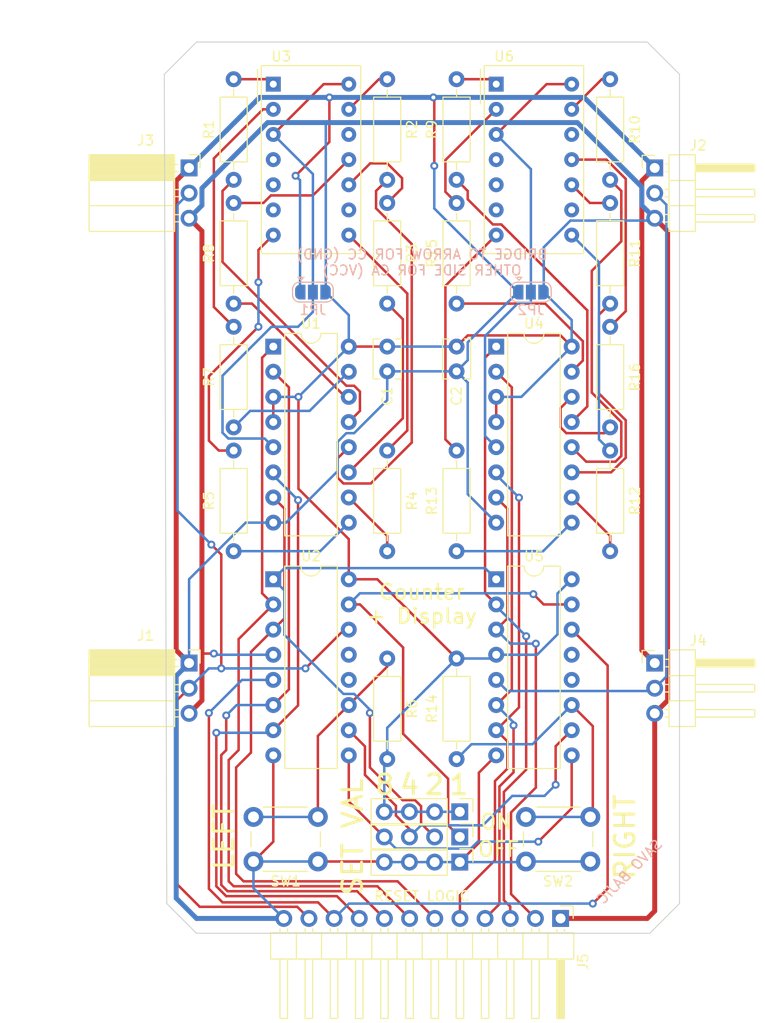
<source format=kicad_pcb>
(kicad_pcb (version 20221018) (generator pcbnew)
  (title_block (title "Digital Clock Display Module") (date "2024-01-03") (rev "2"))
  (layers (0 "F.Cu" signal) (31 "B.Cu" signal) (34 "B.Paste" user) (35 "F.Paste" user) (36 "B.SilkS" user "B.Silkscreen") (37 "F.SilkS" user "F.Silkscreen") (38 "B.Mask" user) (39 "F.Mask" user) (44 "Edge.Cuts" user))
  (net 0 "")
  (net 1 "GND")
  (net 2 "/RP")
  (net 3 "/RS")
  (net 4 "/8P")
  (net 5 "/4P")
  (net 6 "/2P")
  (net 7 "/1P")
  (net 8 "/8S")
  (net 9 "/4S")
  (net 10 "/2S")
  (net 11 "/1S")
  (net 12 "VCC")
  (net 13 "/CLK_{IN}")
  (net 14 "Net-(R1-Pad2)")
  (net 15 "Net-(R1-Pad1)")
  (net 16 "Net-(R2-Pad2)")
  (net 17 "Net-(R2-Pad1)")
  (net 18 "Net-(R3-Pad2)")
  (net 19 "Net-(R3-Pad1)")
  (net 20 "Net-(R4-Pad2)")
  (net 21 "Net-(R4-Pad1)")
  (net 22 "Net-(R5-Pad2)")
  (net 23 "Net-(R5-Pad1)")
  (net 24 "/~{LOAD}_{PRIM}")
  (net 25 "Net-(R7-Pad2)")
  (net 26 "Net-(R7-Pad1)")
  (net 27 "Net-(R8-Pad2)")
  (net 28 "Net-(R8-Pad1)")
  (net 29 "Net-(R9-Pad2)")
  (net 30 "Net-(R9-Pad1)")
  (net 31 "Net-(R10-Pad2)")
  (net 32 "Net-(R10-Pad1)")
  (net 33 "Net-(R11-Pad2)")
  (net 34 "Net-(R11-Pad1)")
  (net 35 "Net-(R12-Pad2)")
  (net 36 "Net-(R12-Pad1)")
  (net 37 "Net-(R13-Pad2)")
  (net 38 "Net-(R13-Pad1)")
  (net 39 "/~{LOAD}_{SEC}")
  (net 40 "/D")
  (net 41 "/C")
  (net 42 "/B")
  (net 43 "/A")
  (net 44 "Net-(JP1-Pad2)")
  (net 45 "Net-(JP2-Pad2)")
  (net 46 "Net-(R15-Pad2)")
  (net 47 "Net-(R15-Pad1)")
  (net 48 "Net-(R16-Pad2)")
  (net 49 "Net-(R16-Pad1)")
  (footprint "Connector_PinHeader_2.54mm:PinHeader_1x03_P2.54mm_Horizontal" (layer "F.Cu") (at 119.5 56.96)
    (fp_text reference "J2")
    (fp_text value "Conn_01x03_Male")
  )
  (footprint "Connector_PinSocket_2.54mm:PinSocket_1x03_P2.54mm_Horizontal" (layer "F.Cu") (at 72.5 56.96)
    (fp_text reference "J3")
    (fp_text value "Conn_01x03_Female")
  )
  (footprint "Connector_PinHeader_2.54mm:PinHeader_1x03_P2.54mm_Horizontal" (layer "F.Cu") (at 119.5 106.96)
    (fp_text reference "J4")
    (fp_text value "Conn_01x03_Male")
  )
  (footprint "Connector_PinHeader_2.54mm:PinHeader_1x12_P2.54mm_Horizontal" (layer "F.Cu") (at 109.998 132.75 -90)
    (fp_text reference "J5")
    (fp_text value "RESET")
  )
  (footprint "Display_7Segment:MAN3410A" (layer "F.Cu") (at 103.5 48.5)
    (fp_text reference "U6")
    (fp_text value "MAN3410A")
  )
  (footprint "Package_DIP:DIP-16_W7.62mm" (layer "F.Cu") (at 103.5 75)
    (fp_text reference "U4")
    (fp_text value "74LS47")
  )
  (footprint "Package_DIP:DIP-16_W7.62mm" (layer "F.Cu") (at 103.5 98.5)
    (fp_text reference "U5")
    (fp_text value "74LS193")
  )
  (footprint "Resistor_THT:R_Axial_DIN0207_L6.3mm_D2.5mm_P10.16mm_Horizontal" (layer "F.Cu") (at 99.5 48 -90)
    (fp_text reference "R9")
    (fp_text value "470")
  )
  (footprint "Resistor_THT:R_Axial_DIN0207_L6.3mm_D2.5mm_P10.16mm_Horizontal" (layer "F.Cu") (at 115 48 -90)
    (fp_text reference "R10")
    (fp_text value "470")
  )
  (footprint "Resistor_THT:R_Axial_DIN0207_L6.3mm_D2.5mm_P10.16mm_Horizontal" (layer "F.Cu") (at 115 60.5 -90)
    (fp_text reference "R11")
    (fp_text value "470")
  )
  (footprint "Resistor_THT:R_Axial_DIN0207_L6.3mm_D2.5mm_P10.16mm_Horizontal" (layer "F.Cu") (at 115 85.5 -90)
    (fp_text reference "R12")
    (fp_text value "470")
  )
  (footprint "Resistor_THT:R_Axial_DIN0207_L6.3mm_D2.5mm_P10.16mm_Horizontal" (layer "F.Cu") (at 99.5 85.5 -90)
    (fp_text reference "R13")
    (fp_text value "470")
  )
  (footprint "Resistor_THT:R_Axial_DIN0207_L6.3mm_D2.5mm_P10.16mm_Horizontal" (layer "F.Cu") (at 99.5 60.5 -90)
    (fp_text reference "R15")
    (fp_text value "470")
  )
  (footprint "Resistor_THT:R_Axial_DIN0207_L6.3mm_D2.5mm_P10.16mm_Horizontal" (layer "F.Cu") (at 77 48 -90)
    (fp_text reference "R1")
    (fp_text value "470")
  )
  (footprint "Resistor_THT:R_Axial_DIN0207_L6.3mm_D2.5mm_P10.16mm_Horizontal" (layer "F.Cu") (at 92.5 48 -90)
    (fp_text reference "R2")
    (fp_text value "470")
  )
  (footprint "Resistor_THT:R_Axial_DIN0207_L6.3mm_D2.5mm_P10.16mm_Horizontal" (layer "F.Cu") (at 92.5 60.5 -90)
    (fp_text reference "R3")
    (fp_text value "470")
  )
  (footprint "Resistor_THT:R_Axial_DIN0207_L6.3mm_D2.5mm_P10.16mm_Horizontal" (layer "F.Cu") (at 92.5 85.5 -90)
    (fp_text reference "R4")
    (fp_text value "470")
  )
  (footprint "Resistor_THT:R_Axial_DIN0207_L6.3mm_D2.5mm_P10.16mm_Horizontal" (layer "F.Cu") (at 77 85.5 -90)
    (fp_text reference "R5")
    (fp_text value "470")
  )
  (footprint "Resistor_THT:R_Axial_DIN0207_L6.3mm_D2.5mm_P10.16mm_Horizontal" (layer "F.Cu") (at 77 73 -90)
    (fp_text reference "R7")
    (fp_text value "470")
  )
  (footprint "Resistor_THT:R_Axial_DIN0207_L6.3mm_D2.5mm_P10.16mm_Horizontal" (layer "F.Cu") (at 77 60.5 -90)
    (fp_text reference "R8")
    (fp_text value "470")
  )
  (footprint "Button_Switch_THT:SW_PUSH_6mm_H4.3mm" (layer "F.Cu") (at 85.5 127 180)
    (fp_text reference "SW1")
    (fp_text value "PRIM")
  )
  (footprint "Button_Switch_THT:SW_PUSH_6mm_H4.3mm" (layer "F.Cu") (at 113 127 180)
    (fp_text reference "SW2")
    (fp_text value "SEC")
  )
  (footprint "Package_DIP:DIP-16_W7.62mm" (layer "F.Cu") (at 81 75)
    (fp_text reference "U1")
    (fp_text value "74LS47")
  )
  (footprint "Package_DIP:DIP-16_W7.62mm" (layer "F.Cu") (at 81 98.5)
    (fp_text reference "U2")
    (fp_text value "74LS193")
  )
  (footprint "Display_7Segment:MAN3410A" (layer "F.Cu") (at 81 48.5)
    (fp_text reference "U3")
    (fp_text value "MAN3410A")
  )
  (footprint "Capacitor_THT:C_Disc_D3.8mm_W2.6mm_P2.50mm" (layer "F.Cu") (at 92.5 75 -90)
    (fp_text reference "C1")
    (fp_text value "100n")
  )
  (footprint "Capacitor_THT:C_Disc_D3.8mm_W2.6mm_P2.50mm" (layer "F.Cu") (at 99.5 75 -90)
    (fp_text reference "C2")
    (fp_text value "100n")
  )
  (footprint "Connector_PinHeader_2.54mm:PinHeader_1x04_P2.54mm_Vertical" (layer "F.Cu") (at 99.823 121.98 -90)
    (fp_text reference "J6" hide)
    (fp_text value "HIGH")
  )
  (footprint "Connector_PinHeader_2.54mm:PinHeader_1x04_P2.54mm_Vertical" (layer "F.Cu") (at 99.823 124.52 -90)
    (fp_text reference "J7" hide)
    (fp_text value "PROG")
  )
  (footprint "Connector_PinHeader_2.54mm:PinHeader_1x04_P2.54mm_Vertical" (layer "F.Cu") (at 99.823 127.06 -90)
    (fp_text reference "J8" hide)
    (fp_text value "GND")
  )
  (footprint "Resistor_THT:R_Axial_DIN0207_L6.3mm_D2.5mm_P10.16mm_Horizontal" (layer "F.Cu") (at 92.5 106.5 -90)
    (fp_text reference "R6")
    (fp_text value "10k")
  )
  (footprint "Resistor_THT:R_Axial_DIN0207_L6.3mm_D2.5mm_P10.16mm_Horizontal" (layer "F.Cu") (at 99.5 116.66 90)
    (fp_text reference "R14")
    (fp_text value "10k")
  )
  (footprint "Connector_PinSocket_2.54mm:PinSocket_1x03_P2.54mm_Horizontal" (layer "F.Cu") (at 72.5 106.96)
    (fp_text reference "J1")
    (fp_text value "Conn_01x03_Female")
  )
  (footprint "Resistor_THT:R_Axial_DIN0207_L6.3mm_D2.5mm_P10.16mm_Horizontal" (layer "F.Cu") (at 115 73 -90)
    (fp_text reference "R16")
    (fp_text value "470")
  )
  (footprint "Jumper:SolderJumper-3_P1.3mm_Open_RoundedPad1.0x1.5mm" (layer "B.Cu") (at 85 69.5)
    (fp_text reference "JP1")
    (fp_text value "SEL")
  )
  (footprint "Jumper:SolderJumper-3_P1.3mm_Open_RoundedPad1.0x1.5mm" (layer "B.Cu") (at 107 69.5)
    (fp_text reference "JP2")
    (fp_text value "SEL")
  )
  (gr_line (start 119 134.25) (end 73.25 134.25) (stroke (width 0.1)) (layer "Edge.Cuts"))
  (gr_line (start 118.75 44.25) (end 122 47.5) (stroke (width 0.1)) (layer "Edge.Cuts"))
  (gr_line (start 72.5 45) (end 73 44.5) (stroke (width 0.1)) (layer "Edge.Cuts"))
  (gr_line (start 73.25 134.25) (end 70.5 131.5) (stroke (width 0.1)) (layer "Edge.Cuts"))
  (gr_line (start 73.25 44.25) (end 96 44.25) (stroke (width 0.1)) (layer "Edge.Cuts"))
  (gr_line (start 70.25 131.25) (end 70 47.5) (stroke (width 0.1)) (layer "Edge.Cuts"))
  (gr_line (start 122 131.25) (end 119 134.25) (stroke (width 0.1)) (layer "Edge.Cuts"))
  (gr_line (start 73 44.5) (end 73.25 44.25) (stroke (width 0.1)) (layer "Edge.Cuts"))
  (gr_line (start 122 47.5) (end 122 131.25) (stroke (width 0.1)) (layer "Edge.Cuts"))
  (gr_line (start 70 47.5) (end 72.5 45) (stroke (width 0.1)) (layer "Edge.Cuts"))
  (gr_line (start 70.5 131.5) (end 70.25 131.25) (stroke (width 0.1)) (layer "Edge.Cuts"))
  (gr_line (start 96 44.25) (end 118.75 44.25) (stroke (width 0.1)) (layer "Edge.Cuts"))
  (gr_text "SAVO BAJIC" (at 117 128 45) (layer "B.SilkS") (effects (font (size 1 1) (thickness 0.15) italic) (justify mirror)))
  (gr_text "BRIDGE TO ARROW FOR CC (GND)\nOTHER SIDE FOR CA (VCC)" (at 96 66.5) (layer "B.SilkS") (effects (font (size 1 1)) (justify mirror)))
  (gr_text "OFF" (at 103.75 125.75) (layer "F.SilkS") (effects (font (size 1.5 1.5) (thickness 0.225))))
  (gr_text "RIGHT" (at 116.5 124.5 90) (layer "F.SilkS") (effects (font (size 2 2) (thickness 0.3))))
  (gr_text "2" (at 97.25 119.25) (layer "F.SilkS") (effects (font (size 2 2) (thickness 0.3))))
  (gr_text "RESET LOGIC" (at 96 130.5) (layer "F.SilkS") (effects (font (size 1 1))))
  (gr_text "4" (at 94.75 119.25) (layer "F.SilkS") (effects (font (size 2 2) (thickness 0.3))))
  (gr_text "ON" (at 103.5 123) (layer "F.SilkS") (effects (font (size 1.5 1.5) (thickness 0.225))))
  (gr_text "1" (at 99.75 119.25) (layer "F.SilkS") (effects (font (size 2 2) (thickness 0.3))))
  (gr_text "LEFT" (at 76 124.5 90) (layer "F.SilkS") (effects (font (size 2 2) (thickness 0.3))))
  (gr_text "8" (at 92.25 119.25) (layer "F.SilkS") (effects (font (size 2 2) (thickness 0.3))))
  (gr_text "SET VAL" (at 89 124.5 90) (layer "F.SilkS") (effects (font (size 2 2) (thickness 0.3))))
  (gr_text "Counter\n+ Display" (at 96 101) (layer "F.SilkS") (effects (font (size 1.5 1.5) (thickness 0.225))))
  (segment (start 97.25 49.929998) (end 97.160001 49.839999) (width 0.25) (layer "F.Cu") (net 1))
  (segment (start 92.143 127) (end 92.203 127.06) (width 0.25) (layer "F.Cu") (net 1))
  (segment (start 97.25 56.75) (end 97.25 49.929998) (width 0.25) (layer "F.Cu") (net 1))
  (segment (start 101.75 118.03) (end 103.5 116.28) (width 0.25) (layer "F.Cu") (net 1))
  (segment (start 118.199999 58.260001) (end 118.199999 105.659999) (width 0.5) (layer "F.Cu") (net 1))
  (segment (start 71.199999 105.659999) (end 71.199999 58.260001) (width 0.5) (layer "F.Cu") (net 1))
  (segment (start 81 125) (end 81 116.28) (width 0.25) (layer "F.Cu") (net 1))
  (segment (start 101.75 125.133) (end 101.75 118.03) (width 0.25) (layer "F.Cu") (net 1))
  (segment (start 85.5 127) (end 92.143 127) (width 0.25) (layer "F.Cu") (net 1))
  (segment (start 118.199999 105.659999) (end 119.5 106.96) (width 0.5) (layer "F.Cu") (net 1))
  (segment (start 86.660001 54.339999) (end 86.660001 49.839999) (width 0.25) (layer "F.Cu") (net 1))
  (segment (start 71.199999 58.260001) (end 72.5 56.96) (width 0.5) (layer "F.Cu") (net 1))
  (segment (start 99.823 127.06) (end 101.75 125.133) (width 0.25) (layer "F.Cu") (net 1))
  (segment (start 79 127) (end 81 125) (width 0.25) (layer "F.Cu") (net 1))
  (segment (start 119.5 56.96) (end 118.199999 58.260001) (width 0.5) (layer "F.Cu") (net 1))
  (segment (start 72.5 106.96) (end 71.199999 105.659999) (width 0.5) (layer "F.Cu") (net 1))
  (segment (start 83.25 57.75) (end 86.660001 54.339999) (width 0.25) (layer "F.Cu") (net 1))
  (via (at 97.25 56.75) (size 0.8) (drill 0.4) (layers "F.Cu" "B.Cu") (net 1))
  (via (at 97.160001 49.839999) (size 0.8) (drill 0.4) (layers "F.Cu" "B.Cu") (net 1))
  (via (at 83.25 57.75) (size 0.8) (drill 0.4) (layers "F.Cu" "B.Cu") (net 1))
  (via (at 86.660001 49.839999) (size 0.8) (drill 0.4) (layers "F.Cu" "B.Cu") (net 1))
  (segment (start 106.5 127) (end 113 127) (width 0.25) (layer "B.Cu") (net 1))
  (segment (start 78.214998 92.78) (end 72.5 98.494998) (width 0.25) (layer "B.Cu") (net 1))
  (segment (start 73.25 132.75) (end 82.058 132.75) (width 0.5) (layer "B.Cu") (net 1))
  (segment (start 112.379999 49.839999) (end 119.5 56.96) (width 0.5) (layer "B.Cu") (net 1))
  (segment (start 100.625001 76.374999) (end 100.625001 74.574999) (width 0.25) (layer "B.Cu") (net 1))
  (segment (start 72.5 106.96) (end 71.199999 108.260001) (width 0.5) (layer "B.Cu") (net 1))
  (segment (start 92.203 127.06) (end 94.743 127.06) (width 0.25) (layer "B.Cu") (net 1))
  (segment (start 97.160001 49.839999) (end 112.379999 49.839999) (width 0.5) (layer "B.Cu") (net 1))
  (segment (start 99.823 127.06) (end 106.44 127.06) (width 0.25) (layer "B.Cu") (net 1))
  (segment (start 92.5 77.5) (end 99.5 77.5) (width 0.25) (layer "B.Cu") (net 1))
  (segment (start 71.199999 108.260001) (end 71.199999 130.699999) (width 0.5) (layer "B.Cu") (net 1))
  (segment (start 87.494999 87.578003) (end 87.494999 84.619999) (width 0.25) (layer "B.Cu") (net 1))
  (segment (start 79 129.692) (end 82.058 132.75) (width 0.25) (layer "B.Cu") (net 1))
  (segment (start 99.5 77.5) (end 100.625001 76.374999) (width 0.25) (layer "B.Cu") (net 1))
  (segment (start 81 92.78) (end 78.214998 92.78) (width 0.25) (layer "B.Cu") (net 1))
  (segment (start 106.44 127.06) (end 106.5 127) (width 0.25) (layer "B.Cu") (net 1))
  (segment (start 87.494999 84.619999) (end 88.369997 83.745001) (width 0.25) (layer "B.Cu") (net 1))
  (segment (start 79.620001 49.839999) (end 86.660001 49.839999) (width 0.5) (layer "B.Cu") (net 1))
  (segment (start 79 127) (end 79 129.692) (width 0.25) (layer "B.Cu") (net 1))
  (segment (start 99.5 77.5) (end 100.625001 78.625001) (width 0.25) (layer "B.Cu") (net 1))
  (segment (start 105.7 69.5) (end 97.25 61.05) (width 0.25) (layer "B.Cu") (net 1))
  (segment (start 72.5 56.96) (end 79.620001 49.839999) (width 0.5) (layer "B.Cu") (net 1))
  (segment (start 97.283 127.06) (end 99.823 127.06) (width 0.25) (layer "B.Cu") (net 1))
  (segment (start 88.369997 83.745001) (end 89.160001 83.745001) (width 0.25) (layer "B.Cu") (net 1))
  (segment (start 100.625001 89.905001) (end 103.5 92.78) (width 0.25) (layer "B.Cu") (net 1))
  (segment (start 92.5 80.405002) (end 92.5 77.5) (width 0.25) (layer "B.Cu") (net 1))
  (segment (start 83.7 58.2) (end 83.25 57.75) (width 0.25) (layer "B.Cu") (net 1))
  (segment (start 100.625001 74.574999) (end 105.7 69.5) (width 0.25) (layer "B.Cu") (net 1))
  (segment (start 100.625001 78.625001) (end 100.625001 89.905001) (width 0.25) (layer "B.Cu") (net 1))
  (segment (start 81 92.78) (end 82.293002 92.78) (width 0.25) (layer "B.Cu") (net 1))
  (segment (start 82.293002 92.78) (end 87.494999 87.578003) (width 0.25) (layer "B.Cu") (net 1))
  (segment (start 86.660001 49.839999) (end 97.160001 49.839999) (width 0.5) (layer "B.Cu") (net 1))
  (segment (start 71.199999 130.699999) (end 73.25 132.75) (width 0.5) (layer "B.Cu") (net 1))
  (segment (start 94.743 127.06) (end 97.283 127.06) (width 0.25) (layer "B.Cu") (net 1))
  (segment (start 72.5 98.494998) (end 72.5 106.96) (width 0.25) (layer "B.Cu") (net 1))
  (segment (start 83.7 69.5) (end 83.7 58.2) (width 0.25) (layer "B.Cu") (net 1))
  (segment (start 79 127) (end 85.5 127) (width 0.25) (layer "B.Cu") (net 1))
  (segment (start 97.25 61.05) (end 97.25 56.75) (width 0.25) (layer "B.Cu") (net 1))
  (segment (start 89.160001 83.745001) (end 92.5 80.405002) (width 0.25) (layer "B.Cu") (net 1))
  (segment (start 73.574999 131.574999) (end 71.324999 129.324999) (width 0.25) (layer "F.Cu") (net 2))
  (segment (start 75.75 96) (end 74.75 95) (width 0.25) (layer "F.Cu") (net 2))
  (segment (start 84.598 132.75) (end 83.422999 131.574999) (width 0.25) (layer "F.Cu") (net 2))
  (segment (start 84.25 107.5) (end 88.17 103.58) (width 0.25) (layer "F.Cu") (net 2))
  (segment (start 83.422999 131.574999) (end 73.574999 131.574999) (width 0.25) (layer "F.Cu") (net 2))
  (segment (start 71.324999 129.324999) (end 71.324999 110.675001) (width 0.25) (layer "F.Cu") (net 2))
  (segment (start 88.17 103.58) (end 88.62 103.58) (width 0.25) (layer "F.Cu") (net 2))
  (segment (start 75.75 107.5) (end 75.75 96) (width 0.25) (layer "F.Cu") (net 2))
  (segment (start 71.324999 110.675001) (end 72.5 109.5) (width 0.25) (layer "F.Cu") (net 2))
  (via (at 84.25 107.5) (size 0.8) (drill 0.4) (layers "F.Cu" "B.Cu") (net 2))
  (via (at 74.75 95) (size 0.8) (drill 0.4) (layers "F.Cu" "B.Cu") (net 2))
  (via (at 75.75 107.5) (size 0.8) (drill 0.4) (layers "F.Cu" "B.Cu") (net 2))
  (segment (start 72.5 59.5) (end 71.324999 60.675001) (width 0.25) (layer "B.Cu") (net 2))
  (segment (start 74.5 107.5) (end 75.75 107.5) (width 0.25) (layer "B.Cu") (net 2))
  (segment (start 74.75 95) (end 71.324999 91.574999) (width 0.25) (layer "B.Cu") (net 2))
  (segment (start 71.324999 60.675001) (end 71.324999 91.175001) (width 0.25) (layer "B.Cu") (net 2))
  (segment (start 75.75 107.5) (end 84.25 107.5) (width 0.25) (layer "B.Cu") (net 2))
  (segment (start 72.5 109.5) (end 74.5 107.5) (width 0.25) (layer "B.Cu") (net 2))
  (segment (start 71.324999 91.574999) (end 71.324999 91.175001) (width 0.25) (layer "B.Cu") (net 2))
  (segment (start 75.874989 131.124989) (end 74.5 129.75) (width 0.25) (layer "F.Cu") (net 3))
  (segment (start 114.75 107.21) (end 114.75 129.75) (width 0.25) (layer "F.Cu") (net 3))
  (segment (start 111.12 103.58) (end 114.75 107.21) (width 0.25) (layer "F.Cu") (net 3))
  (segment (start 74.5 129.75) (end 74.5 112) (width 0.25) (layer "F.Cu") (net 3))
  (segment (start 87.138 132.75) (end 85.512989 131.124989) (width 0.25) (layer "F.Cu") (net 3))
  (segment (start 114.75 129.75) (end 113.25 131.25) (width 0.25) (layer "F.Cu") (net 3))
  (segment (start 85.512989 131.124989) (end 75.874989 131.124989) (width 0.25) (layer "F.Cu") (net 3))
  (via (at 74.5 112) (size 0.8) (drill 0.4) (layers "F.Cu" "B.Cu") (net 3))
  (via (at 113.25 131.25) (size 0.8) (drill 0.4) (layers "F.Cu" "B.Cu") (net 3))
  (segment (start 88.638 131.25) (end 91.75 131.25) (width 0.25) (layer "B.Cu") (net 3))
  (segment (start 87.138 132.75) (end 88.638 131.25) (width 0.25) (layer "B.Cu") (net 3))
  (segment (start 77.84 108.66) (end 74.5 112) (width 0.25) (layer "B.Cu") (net 3))
  (segment (start 113.25 131.25) (end 91.75 131.25) (width 0.25) (layer "B.Cu") (net 3))
  (segment (start 81 108.66) (end 77.84 108.66) (width 0.25) (layer "B.Cu") (net 3))
  (segment (start 75.25 129.5) (end 75.25 114) (width 0.25) (layer "F.Cu") (net 4))
  (segment (start 87.428 130.5) (end 76.25 130.5) (width 0.25) (layer "F.Cu") (net 4))
  (segment (start 76.25 130.5) (end 75.25 129.5) (width 0.25) (layer "F.Cu") (net 4))
  (segment (start 81 113.74) (end 83.5 111.24) (width 0.25) (layer "F.Cu") (net 4))
  (segment (start 89.678 132.75) (end 87.428 130.5) (width 0.25) (layer "F.Cu") (net 4))
  (segment (start 83.5 111.24) (end 83.5 90.5) (width 0.25) (layer "F.Cu") (net 4))
  (via (at 75.25 114) (size 0.8) (drill 0.4) (layers "F.Cu" "B.Cu") (net 4))
  (via (at 83.5 90.5) (size 0.8) (drill 0.4) (layers "F.Cu" "B.Cu") (net 4))
  (segment (start 80.74 114) (end 81 113.74) (width 0.25) (layer "B.Cu") (net 4))
  (segment (start 75.25 114) (end 80.74 114) (width 0.25) (layer "B.Cu") (net 4))
  (segment (start 81 88) (end 81 87.7) (width 0.25) (layer "B.Cu") (net 4))
  (segment (start 83.5 90.5) (end 81 88) (width 0.25) (layer "B.Cu") (net 4))
  (segment (start 89.468 130) (end 76.38641 130) (width 0.25) (layer "F.Cu") (net 5))
  (segment (start 82.575011 109.624989) (end 81 111.2) (width 0.25) (layer "F.Cu") (net 5))
  (segment (start 75.75 116.25) (end 76.25 115.75) (width 0.25) (layer "F.Cu") (net 5))
  (segment (start 81 77.54) (end 82.575011 79.115011) (width 0.25) (layer "F.Cu") (net 5))
  (segment (start 76.38641 130) (end 75.75 129.36359) (width 0.25) (layer "F.Cu") (net 5))
  (segment (start 76.25 115.75) (end 76.25 112.25) (width 0.25) (layer "F.Cu") (net 5))
  (segment (start 75.75 129.36359) (end 75.75 116.25) (width 0.25) (layer "F.Cu") (net 5))
  (segment (start 92.218 132.75) (end 89.468 130) (width 0.25) (layer "F.Cu") (net 5))
  (segment (start 82.575011 79.115011) (end 82.575011 109.624989) (width 0.25) (layer "F.Cu") (net 5))
  (via (at 76.25 112.25) (size 0.8) (drill 0.4) (layers "F.Cu" "B.Cu") (net 5))
  (segment (start 77.3 111.2) (end 81 111.2) (width 0.25) (layer "B.Cu") (net 5))
  (segment (start 76.25 112.25) (end 77.3 111.2) (width 0.25) (layer "B.Cu") (net 5))
  (segment (start 81 101.04) (end 79.874999 99.914999) (width 0.25) (layer "F.Cu") (net 6))
  (segment (start 77.5 115.75) (end 76.5 116.75) (width 0.25) (layer "F.Cu") (net 6))
  (segment (start 76.5 129) (end 77 129.5) (width 0.25) (layer "F.Cu") (net 6))
  (segment (start 76.5 116.75) (end 76.5 129) (width 0.25) (layer "F.Cu") (net 6))
  (segment (start 77 129.5) (end 91.508 129.5) (width 0.25) (layer "F.Cu") (net 6))
  (segment (start 91.508 129.5) (end 94.758 132.75) (width 0.25) (layer "F.Cu") (net 6))
  (segment (start 79.874999 99.914999) (end 79.874999 76.125001) (width 0.25) (layer "F.Cu") (net 6))
  (segment (start 77.5 104.54) (end 77.5 115.75) (width 0.25) (layer "F.Cu") (net 6))
  (segment (start 81 101.04) (end 77.5 104.54) (width 0.25) (layer "F.Cu") (net 6))
  (segment (start 79.874999 76.125001) (end 81 75) (width 0.25) (layer "F.Cu") (net 6))
  (segment (start 93.548 129) (end 78 129) (width 0.25) (layer "F.Cu") (net 7))
  (segment (start 81 103.58) (end 82.125001 102.454999) (width 0.25) (layer "F.Cu") (net 7))
  (segment (start 77.25 128.25) (end 77.25 117.5) (width 0.25) (layer "F.Cu") (net 7))
  (segment (start 78.75 116) (end 78.75 105.83) (width 0.25) (layer "F.Cu") (net 7))
  (segment (start 82.125001 91.365001) (end 81 90.24) (width 0.25) (layer "F.Cu") (net 7))
  (segment (start 97.298 132.75) (end 93.548 129) (width 0.25) (layer "F.Cu") (net 7))
  (segment (start 82.125001 102.454999) (end 82.125001 91.365001) (width 0.25) (layer "F.Cu") (net 7))
  (segment (start 78.75 105.83) (end 81 103.58) (width 0.25) (layer "F.Cu") (net 7))
  (segment (start 78 129) (end 77.25 128.25) (width 0.25) (layer "F.Cu") (net 7))
  (segment (start 77.25 117.5) (end 78.75 116) (width 0.25) (layer "F.Cu") (net 7))
  (segment (start 105.800011 111.439989) (end 105.800011 90.25) (width 0.25) (layer "F.Cu") (net 8))
  (segment (start 103.375 126.875) (end 99.838 130.412) (width 0.25) (layer "F.Cu") (net 8))
  (segment (start 99.838 130.412) (end 99.838 132.75) (width 0.25) (layer "F.Cu") (net 8))
  (segment (start 103.5 113.74) (end 104.625001 114.865001) (width 0.25) (layer "F.Cu") (net 8))
  (segment (start 103.375 118.875) (end 103.375 126.875) (width 0.25) (layer "F.Cu") (net 8))
  (segment (start 103.5 113.74) (end 105.800011 111.439989) (width 0.25) (layer "F.Cu") (net 8))
  (segment (start 104.625001 114.865001) (end 104.625001 117.624999) (width 0.25) (layer "F.Cu") (net 8))
  (segment (start 104.625001 117.624999) (end 103.375 118.875) (width 0.25) (layer "F.Cu") (net 8))
  (via (at 105.800011 90.25) (size 0.8) (drill 0.4) (layers "F.Cu" "B.Cu") (net 8))
  (segment (start 103.5 87.949989) (end 103.5 87.7) (width 0.25) (layer "B.Cu") (net 8))
  (segment (start 105.800011 90.25) (end 103.5 87.949989) (width 0.25) (layer "B.Cu") (net 8))
  (segment (start 105.25 118) (end 105.25 113.25) (width 0.25) (layer "F.Cu") (net 9))
  (segment (start 103.82501 131.30299) (end 103.82501 119.42499) (width 0.25) (layer "F.Cu") (net 9))
  (segment (start 105.075011 109.624989) (end 105.075011 79.115011) (width 0.25) (layer "F.Cu") (net 9))
  (segment (start 102.378 132.75) (end 103.82501 131.30299) (width 0.25) (layer "F.Cu") (net 9))
  (segment (start 103.82501 119.42499) (end 105.25 118) (width 0.25) (layer "F.Cu") (net 9))
  (segment (start 105.075011 79.115011) (end 103.5 77.54) (width 0.25) (layer "F.Cu") (net 9))
  (segment (start 103.5 111.2) (end 105.075011 109.624989) (width 0.25) (layer "F.Cu") (net 9))
  (via (at 105.25 113.25) (size 0.8) (drill 0.4) (layers "F.Cu" "B.Cu") (net 9))
  (segment (start 105.25 112.95) (end 105.25 113.25) (width 0.25) (layer "B.Cu") (net 9))
  (segment (start 103.5 111.2) (end 105.25 112.95) (width 0.25) (layer "B.Cu") (net 9))
  (segment (start 104.27502 119.97498) (end 106.525011 117.724989) (width 0.25) (layer "F.Cu") (net 10))
  (segment (start 102.374999 99.914999) (end 102.374999 76.125001) (width 0.25) (layer "F.Cu") (net 10))
  (segment (start 103.5 101.04) (end 102.374999 99.914999) (width 0.25) (layer "F.Cu") (net 10))
  (segment (start 104.27502 130.904939) (end 104.27502 119.97498) (width 0.25) (layer "F.Cu") (net 10))
  (segment (start 102.374999 76.125001) (end 103.5 75) (width 0.25) (layer "F.Cu") (net 10))
  (segment (start 104.918 132.75) (end 104.918 131.547919) (width 0.25) (layer "F.Cu") (net 10))
  (segment (start 104.918 131.547919) (end 104.27502 130.904939) (width 0.25) (layer "F.Cu") (net 10))
  (segment (start 106.525011 117.724989) (end 106.525011 104.25) (width 0.25) (layer "F.Cu") (net 10))
  (via (at 106.525011 104.25) (size 0.8) (drill 0.4) (layers "F.Cu" "B.Cu") (net 10))
  (segment (start 103.5 101.224989) (end 103.5 101.04) (width 0.25) (layer "B.Cu") (net 10))
  (segment (start 106.525011 104.25) (end 103.5 101.224989) (width 0.25) (layer "B.Cu") (net 10))
  (segment (start 105 122.038998) (end 107.5 119.538998) (width 0.25) (layer "F.Cu") (net 11))
  (segment (start 104.625001 102.454999) (end 104.625001 91.365001) (width 0.25) (layer "F.Cu") (net 11))
  (segment (start 107.458 132.75) (end 105 130.292) (width 0.25) (layer "F.Cu") (net 11))
  (segment (start 104.625001 91.365001) (end 103.5 90.24) (width 0.25) (layer "F.Cu") (net 11))
  (segment (start 103.5 103.58) (end 104.625001 102.454999) (width 0.25) (layer "F.Cu") (net 11))
  (segment (start 107.5 119.538998) (end 107.5 105) (width 0.25) (layer "F.Cu") (net 11))
  (segment (start 105 130.292) (end 105 122.038998) (width 0.25) (layer "F.Cu") (net 11))
  (via (at 107.5 105) (size 0.8) (drill 0.4) (layers "F.Cu" "B.Cu") (net 11))
  (segment (start 104.92 105) (end 107.5 105) (width 0.25) (layer "B.Cu") (net 11))
  (segment (start 103.5 103.58) (end 104.92 105) (width 0.25) (layer "B.Cu") (net 11))
  (segment (start 103.5 82.62) (end 103.5 80.08) (width 0.25) (layer "F.Cu") (net 12))
  (segment (start 92.5 75) (end 88.62 75) (width 0.25) (layer "F.Cu") (net 12))
  (segment (start 109.998 132.75) (end 118.75 132.75) (width 0.5) (layer "F.Cu") (net 12))
  (segment (start 109.994999 73.874999) (end 100.625001 73.874999) (width 0.25) (layer "F.Cu") (net 12))
  (segment (start 111.12 75) (end 109.994999 73.874999) (width 0.25) (layer "F.Cu") (net 12))
  (segment (start 75 106) (end 73.75 106) (width 0.25) (layer "F.Cu") (net 12))
  (segment (start 81 82.62) (end 81 80.08) (width 0.25) (layer "F.Cu") (net 12))
  (segment (start 88.62 98.5) (end 91.5 98.5) (width 0.25) (layer "F.Cu") (net 12))
  (segment (start 118.75 132.75) (end 119.5 132) (width 0.5) (layer "F.Cu") (net 12))
  (segment (start 119.5 112.04) (end 120.800001 110.739999) (width 0.5) (layer "F.Cu") (net 12))
  (segment (start 73.675001 110.864999) (end 73.675001 106.074999) (width 0.25) (layer "F.Cu") (net 12))
  (segment (start 83.54 89.365002) (end 83.54 80.08) (width 0.25) (layer "F.Cu") (net 12))
  (segment (start 100.625001 73.874999) (end 99.5 75) (width 0.25) (layer "F.Cu") (net 12))
  (segment (start 72.5 112.04) (end 73.675001 110.864999) (width 0.25) (layer "F.Cu") (net 12))
  (segment (start 120.800001 110.739999) (end 120.800001 63.340001) (width 0.5) (layer "F.Cu") (net 12))
  (segment (start 72.5 112.04) (end 73.800001 110.739999) (width 0.5) (layer "F.Cu") (net 12))
  (segment (start 73.800001 110.739999) (end 73.800001 63.340001) (width 0.5) (layer "F.Cu") (net 12))
  (segment (start 88.62 94.445002) (end 83.54 89.365002) (width 0.25) (layer "F.Cu") (net 12))
  (segment (start 120.800001 63.340001) (end 119.5 62.04) (width 0.5) (layer "F.Cu") (net 12))
  (segment (start 73.800001 63.340001) (end 72.5 62.04) (width 0.5) (layer "F.Cu") (net 12))
  (segment (start 73.75 106) (end 73.675001 106.074999) (width 0.25) (layer "F.Cu") (net 12))
  (segment (start 73.675001 106.074999) (end 73.675001 63.215001) (width 0.25) (layer "F.Cu") (net 12))
  (segment (start 91.5 98.5) (end 99.5 106.5) (width 0.25) (layer "F.Cu") (net 12))
  (segment (start 88.62 98.5) (end 88.62 94.445002) (width 0.25) (layer "F.Cu") (net 12))
  (segment (start 119.5 132) (end 119.5 112.04) (width 0.5) (layer "F.Cu") (net 12))
  (segment (start 73.675001 63.215001) (end 72.5 62.04) (width 0.25) (layer "F.Cu") (net 12))
  (via (at 83.54 80.08) (size 0.8) (drill 0.4) (layers "F.Cu" "B.Cu") (net 12))
  (via (at 75 106) (size 0.8) (drill 0.4) (layers "F.Cu" "B.Cu") (net 12))
  (segment (start 92.5 75) (end 99.5 75) (width 0.25) (layer "B.Cu") (net 12))
  (segment (start 111.696001 52.379999) (end 118.199999 58.883997) (width 0.5) (layer "B.Cu") (net 12))
  (segment (start 103.5 80.08) (end 106.04 80.08) (width 0.25) (layer "B.Cu") (net 12))
  (segment (start 92.203 121.98) (end 94.743 121.98) (width 0.25) (layer "B.Cu") (net 12))
  (segment (start 81 106.12) (end 75.12 106.12) (width 0.25) (layer "B.Cu") (net 12))
  (segment (start 118.199999 58.883997) (end 118.199999 60.739999) (width 0.5) (layer "B.Cu") (net 12))
  (segment (start 72.5 62.04) (end 73.800001 60.739999) (width 0.5) (layer "B.Cu") (net 12))
  (segment (start 103.12 106.5) (end 103.5 106.12) (width 0.25) (layer "B.Cu") (net 12))
  (segment (start 86.3 52.45) (end 86.370001 52.379999) (width 0.25) (layer "B.Cu") (net 12))
  (segment (start 92.5 116.66) (end 92.5 113.5) (width 0.25) (layer "B.Cu") (net 12))
  (segment (start 97.283 121.98) (end 99.823 121.98) (width 0.25) (layer "B.Cu") (net 12))
  (segment (start 97.283 121.98) (end 94.743 121.98) (width 0.25) (layer "B.Cu") (net 12))
  (segment (start 92.203 121.98) (end 92.203 116.957) (width 0.25) (layer "B.Cu") (net 12))
  (segment (start 119.264999 62.275001) (end 119.5 62.04) (width 0.25) (layer "B.Cu") (net 12))
  (segment (start 110.993997 62.275001) (end 119.264999 62.275001) (width 0.25) (layer "B.Cu") (net 12))
  (segment (start 92.5 113.5) (end 99.5 106.5) (width 0.25) (layer "B.Cu") (net 12))
  (segment (start 73.800001 60.739999) (end 73.800001 59.003997) (width 0.5) (layer "B.Cu") (net 12))
  (segment (start 88.62 71.82) (end 86.3 69.5) (width 0.25) (layer "B.Cu") (net 12))
  (segment (start 86.3 69.5) (end 86.3 52.45) (width 0.25) (layer "B.Cu") (net 12))
  (segment (start 73.800001 59.003997) (end 80.423999 52.379999) (width 0.5) (layer "B.Cu") (net 12))
  (segment (start 86.370001 52.379999) (end 111.696001 52.379999) (width 0.5) (layer "B.Cu") (net 12))
  (segment (start 108.3 69.5) (end 108.3 64.968998) (width 0.25) (layer "B.Cu") (net 12))
  (segment (start 109.685 104.065) (end 109.685 99.935) (width 0.25) (layer "B.Cu") (net 12))
  (segment (start 92.203 116.957) (end 92.5 116.66) (width 0.25) (layer "B.Cu") (net 12))
  (segment (start 99.5 106.5) (end 103.12 106.5) (width 0.25) (layer "B.Cu") (net 12))
  (segment (start 107.63 106.12) (end 109.685 104.065) (width 0.25) (layer "B.Cu") (net 12))
  (segment (start 111.12 72.32) (end 108.3 69.5) (width 0.25) (layer "B.Cu") (net 12))
  (segment (start 109.685 99.935) (end 111.12 98.5) (width 0.25) (layer "B.Cu") (net 12))
  (segment (start 88.62 75) (end 88.62 71.82) (width 0.25) (layer "B.Cu") (net 12))
  (segment (start 75.12 106.12) (end 75 106) (width 0.25) (layer "B.Cu") (net 12))
  (segment (start 103.5 106.12) (end 107.63 106.12) (width 0.25) (layer "B.Cu") (net 12))
  (segment (start 80.423999 52.379999) (end 86.370001 52.379999) (width 0.5) (layer "B.Cu") (net 12))
  (segment (start 111.12 75) (end 111.12 72.32) (width 0.25) (layer "B.Cu") (net 12))
  (segment (start 106.04 80.08) (end 111.12 75) (width 0.25) (layer "B.Cu") (net 12))
  (segment (start 81 80.08) (end 83.54 80.08) (width 0.25) (layer "B.Cu") (net 12))
  (segment (start 108.3 64.968998) (end 110.993997 62.275001) (width 0.25) (layer "B.Cu") (net 12))
  (segment (start 83.54 80.08) (end 88.62 75) (width 0.25) (layer "B.Cu") (net 12))
  (segment (start 118.199999 60.739999) (end 119.5 62.04) (width 0.5) (layer "B.Cu") (net 12))
  (segment (start 119.214999 109.785001) (end 119.5 109.5) (width 0.25) (layer "B.Cu") (net 13))
  (segment (start 119.5 109.5) (end 120.675001 108.324999) (width 0.25) (layer "B.Cu") (net 13))
  (segment (start 104.625001 109.785001) (end 119.214999 109.785001) (width 0.25) (layer "B.Cu") (net 13))
  (segment (start 120.675001 60.675001) (end 119.5 59.5) (width 0.25) (layer "B.Cu") (net 13))
  (segment (start 120.675001 108.324999) (end 120.675001 60.675001) (width 0.25) (layer "B.Cu") (net 13))
  (segment (start 103.5 108.66) (end 104.625001 109.785001) (width 0.25) (layer "B.Cu") (net 13))
  (segment (start 88.62 82.62) (end 89.745001 81.494999) (width 0.25) (layer "F.Cu") (net 14))
  (segment (start 75.874999 59.285001) (end 77 58.16) (width 0.25) (layer "F.Cu") (net 14))
  (segment (start 89.745001 79.539999) (end 89.160001 78.954999) (width 0.25) (layer "F.Cu") (net 14))
  (segment (start 88.369997 78.954999) (end 75.874999 66.460001) (width 0.25) (layer "F.Cu") (net 14))
  (segment (start 89.160001 78.954999) (end 88.369997 78.954999) (width 0.25) (layer "F.Cu") (net 14))
  (segment (start 89.745001 81.494999) (end 89.745001 79.539999) (width 0.25) (layer "F.Cu") (net 14))
  (segment (start 75.874999 66.460001) (end 75.874999 59.285001) (width 0.25) (layer "F.Cu") (net 14))
  (segment (start 77 48) (end 80.5 48) (width 0.25) (layer "F.Cu") (net 15))
  (segment (start 80.5 48) (end 81 48.5) (width 0.25) (layer "F.Cu") (net 15))
  (segment (start 87.494999 88.240001) (end 88.079999 88.825001) (width 0.25) (layer "F.Cu") (net 16))
  (segment (start 88.62 85.16) (end 87.494999 86.285001) (width 0.25) (layer "F.Cu") (net 16))
  (segment (start 91.374999 61.040001) (end 91.374999 59.285001) (width 0.25) (layer "F.Cu") (net 16))
  (segment (start 91.374999 59.285001) (end 92.5 58.16) (width 0.25) (layer "F.Cu") (net 16))
  (segment (start 87.494999 86.285001) (end 87.494999 88.240001) (width 0.25) (layer "F.Cu") (net 16))
  (segment (start 88.079999 88.825001) (end 90.840001 88.825001) (width 0.25) (layer "F.Cu") (net 16))
  (segment (start 94.97503 64.640032) (end 91.374999 61.040001) (width 0.25) (layer "F.Cu") (net 16))
  (segment (start 90.840001 88.825001) (end 94.97503 84.689972) (width 0.25) (layer "F.Cu") (net 16))
  (segment (start 94.97503 84.689972) (end 94.97503 64.640032) (width 0.25) (layer "F.Cu") (net 16))
  (segment (start 91.66 48) (end 92.5 48) (width 0.25) (layer "F.Cu") (net 17))
  (segment (start 88.62 51.04) (end 91.66 48) (width 0.25) (layer "F.Cu") (net 17))
  (segment (start 92.5 70.66) (end 94.075011 72.235011) (width 0.25) (layer "F.Cu") (net 18))
  (segment (start 94.075011 82.244989) (end 88.62 87.7) (width 0.25) (layer "F.Cu") (net 18))
  (segment (start 94.075011 72.235011) (end 94.075011 82.244989) (width 0.25) (layer "F.Cu") (net 18))
  (segment (start 88.62 58.66) (end 90.78 56.5) (width 0.25) (layer "F.Cu") (net 19))
  (segment (start 94 57.994998) (end 94 59) (width 0.25) (layer "F.Cu") (net 19))
  (segment (start 94 59) (end 92.5 60.5) (width 0.25) (layer "F.Cu") (net 19))
  (segment (start 90.78 56.5) (end 92.505002 56.5) (width 0.25) (layer "F.Cu") (net 19))
  (segment (start 92.505002 56.5) (end 94 57.994998) (width 0.25) (layer "F.Cu") (net 19))
  (segment (start 92.5 94.12) (end 92.5 95.66) (width 0.25) (layer "F.Cu") (net 20))
  (segment (start 88.62 90.24) (end 92.5 94.12) (width 0.25) (layer "F.Cu") (net 20))
  (segment (start 92.5 85.5) (end 94.525021 83.474979) (width 0.25) (layer "F.Cu") (net 21))
  (segment (start 94.525021 69.645021) (end 88.62 63.74) (width 0.25) (layer "F.Cu") (net 21))
  (segment (start 94.525021 83.474979) (end 94.525021 69.645021) (width 0.25) (layer "F.Cu") (net 21))
  (segment (start 77 95.66) (end 85.74 95.66) (width 0.25) (layer "B.Cu") (net 22))
  (segment (start 85.74 95.66) (end 88.62 92.78) (width 0.25) (layer "B.Cu") (net 22))
  (segment (start 75.5 85.5) (end 74.5 84.5) (width 0.25) (layer "F.Cu") (net 23))
  (segment (start 74.5 78) (end 76 76.5) (width 0.25) (layer "F.Cu") (net 23))
  (segment (start 79.5 65.24) (end 81 63.74) (width 0.25) (layer "F.Cu") (net 23))
  (segment (start 77 85.5) (end 75.5 85.5) (width 0.25) (layer "F.Cu") (net 23))
  (segment (start 74.5 84.5) (end 74.5 78) (width 0.25) (layer "F.Cu") (net 23))
  (segment (start 76 76.5) (end 79.5 73) (width 0.25) (layer "F.Cu") (net 23))
  (segment (start 79.5 68.5) (end 79.5 65.24) (width 0.25) (layer "F.Cu") (net 23))
  (via (at 79.5 68.5) (size 0.8) (drill 0.4) (layers "F.Cu" "B.Cu") (net 23))
  (via (at 79.5 73) (size 0.8) (drill 0.4) (layers "F.Cu" "B.Cu") (net 23))
  (segment (start 79.5 73) (end 79.5 68.5) (width 0.25) (layer "B.Cu") (net 23))
  (segment (start 85.5 114.32) (end 88.62 111.2) (width 0.25) (layer "F.Cu") (net 24))
  (segment (start 92.5 107.32) (end 92.5 106.5) (width 0.25) (layer "F.Cu") (net 24))
  (segment (start 88.62 111.2) (end 92.5 107.32) (width 0.25) (layer "F.Cu") (net 24))
  (segment (start 85.5 122.5) (end 85.5 114.32) (width 0.25) (layer "F.Cu") (net 24))
  (segment (start 79 122.5) (end 85.5 122.5) (width 0.25) (layer "B.Cu") (net 24))
  (segment (start 77 83.16) (end 78.665001 81.494999) (width 0.25) (layer "B.Cu") (net 25))
  (segment (start 84.665001 81.494999) (end 88.62 77.54) (width 0.25) (layer "B.Cu") (net 25))
  (segment (start 78.665001 81.494999) (end 84.665001 81.494999) (width 0.25) (layer "B.Cu") (net 25))
  (segment (start 77 73) (end 75 71) (width 0.25) (layer "F.Cu") (net 26))
  (segment (start 75 71) (end 75 56) (width 0.25) (layer "F.Cu") (net 26))
  (segment (start 79.96 51.04) (end 81 51.04) (width 0.25) (layer "F.Cu") (net 26))
  (segment (start 75 56) (end 79.96 51.04) (width 0.25) (layer "F.Cu") (net 26))
  (segment (start 77 70.66) (end 78.845002 70.66) (width 0.25) (layer "F.Cu") (net 27))
  (segment (start 78.845002 70.66) (end 88.265002 80.08) (width 0.25) (layer "F.Cu") (net 27))
  (segment (start 88.265002 80.08) (end 88.62 80.08) (width 0.25) (layer "F.Cu") (net 27))
  (segment (start 77 60.5) (end 80 60.5) (width 0.25) (layer "F.Cu") (net 28))
  (segment (start 85.004999 59.735001) (end 88.62 56.12) (width 0.25) (layer "F.Cu") (net 28))
  (segment (start 80.764999 59.735001) (end 85.004999 59.735001) (width 0.25) (layer "F.Cu") (net 28))
  (segment (start 80 60.5) (end 80.764999 59.735001) (width 0.25) (layer "F.Cu") (net 28))
  (segment (start 100.625001 59.285001) (end 100.625001 60.125001) (width 0.25) (layer "F.Cu") (net 29))
  (segment (start 99.5 58.16) (end 100.625001 59.285001) (width 0.25) (layer "F.Cu") (net 29))
  (segment (start 103.164999 62.664999) (end 104.016001 62.664999) (width 0.25) (layer "F.Cu") (net 29))
  (segment (start 112.69501 81.04499) (end 111.12 82.62) (width 0.25) (layer "F.Cu") (net 29))
  (segment (start 104.016001 62.664999) (end 112.69501 71.344008) (width 0.25) (layer "F.Cu") (net 29))
  (segment (start 112.69501 71.344008) (end 112.69501 81.04499) (width 0.25) (layer "F.Cu") (net 29))
  (segment (start 100.625001 60.125001) (end 103.164999 62.664999) (width 0.25) (layer "F.Cu") (net 29))
  (segment (start 103 48) (end 103.5 48.5) (width 0.25) (layer "F.Cu") (net 30))
  (segment (start 99.5 48) (end 103 48) (width 0.25) (layer "F.Cu") (net 30))
  (segment (start 116.125001 86.040001) (end 116.125001 82.625001) (width 0.25) (layer "F.Cu") (net 31))
  (segment (start 112.585001 86.625001) (end 115.540001 86.625001) (width 0.25) (layer "F.Cu") (net 31))
  (segment (start 113.14502 79.64502) (end 113.14502 67.35498) (width 0.25) (layer "F.Cu") (net 31))
  (segment (start 113.14502 67.35498) (end 116.125001 64.374999) (width 0.25) (layer "F.Cu") (net 31))
  (segment (start 115.540001 86.625001) (end 116.125001 86.040001) (width 0.25) (layer "F.Cu") (net 31))
  (segment (start 116.125001 82.625001) (end 113.14502 79.64502) (width 0.25) (layer "F.Cu") (net 31))
  (segment (start 116.125001 64.374999) (end 116.125001 61.374999) (width 0.25) (layer "F.Cu") (net 31))
  (segment (start 111.12 85.16) (end 112.585001 86.625001) (width 0.25) (layer "F.Cu") (net 31))
  (segment (start 116.125001 59.285001) (end 116.125001 61.374999) (width 0.25) (layer "F.Cu") (net 31))
  (segment (start 116.125001 61.374999) (end 116.125001 61.624999) (width 0.25) (layer "F.Cu") (net 31))
  (segment (start 115 58.16) (end 116.125001 59.285001) (width 0.25) (layer "F.Cu") (net 31))
  (segment (start 111.12 51.04) (end 114.16 48) (width 0.25) (layer "F.Cu") (net 32))
  (segment (start 114.16 48) (end 115 48) (width 0.25) (layer "F.Cu") (net 32))
  (segment (start 116.575011 82.438601) (end 116.57501 86.226402) (width 0.25) (layer "F.Cu") (net 33))
  (segment (start 115.101412 87.7) (end 111.12 87.7) (width 0.25) (layer "F.Cu") (net 33))
  (segment (start 113.874999 79.738589) (end 116.575011 82.438601) (width 0.25) (layer "F.Cu") (net 33))
  (segment (start 115 70.66) (end 113.874999 71.785001) (width 0.25) (layer "F.Cu") (net 33))
  (segment (start 116.57501 86.226402) (end 115.101412 87.7) (width 0.25) (layer "F.Cu") (net 33))
  (segment (start 113.874999 71.785001) (end 113.874999 79.738589) (width 0.25) (layer "F.Cu") (net 33))
  (segment (start 112.96 60.5) (end 115 60.5) (width 0.25) (layer "F.Cu") (net 34))
  (segment (start 111.12 58.66) (end 112.96 60.5) (width 0.25) (layer "F.Cu") (net 34))
  (segment (start 115 94.12) (end 115 95.66) (width 0.25) (layer "F.Cu") (net 35))
  (segment (start 111.12 90.24) (end 115 94.12) (width 0.25) (layer "F.Cu") (net 35))
  (segment (start 113.874999 84.374999) (end 113.874999 66.494999) (width 0.25) (layer "B.Cu") (net 36))
  (segment (start 113.874999 66.494999) (end 111.12 63.74) (width 0.25) (layer "B.Cu") (net 36))
  (segment (start 115 85.5) (end 113.874999 84.374999) (width 0.25) (layer "B.Cu") (net 36))
  (segment (start 108.24 95.66) (end 111.12 92.78) (width 0.25) (layer "B.Cu") (net 37))
  (segment (start 99.5 95.66) (end 108.24 95.66) (width 0.25) (layer "B.Cu") (net 37))
  (segment (start 98.374999 84.374999) (end 99.5 85.5) (width 0.25) (layer "F.Cu") (net 38))
  (segment (start 103.5 63.74) (end 98.374999 68.865001) (width 0.25) (layer "F.Cu") (net 38))
  (segment (start 98.374999 68.865001) (end 98.374999 84.374999) (width 0.25) (layer "F.Cu") (net 38))
  (segment (start 113.25 113.33) (end 113.25 122.25) (width 0.25) (layer "F.Cu") (net 39))
  (segment (start 113.25 122.25) (end 113 122.5) (width 0.25) (layer "F.Cu") (net 39))
  (segment (start 111.12 111.2) (end 113.25 113.33) (width 0.25) (layer "F.Cu") (net 39))
  (segment (start 113 122.5) (end 106.5 122.5) (width 0.25) (layer "B.Cu") (net 39))
  (segment (start 101.005001 115.154999) (end 107.165001 115.154999) (width 0.25) (layer "B.Cu") (net 39))
  (segment (start 107.165001 115.154999) (end 111.12 111.2) (width 0.25) (layer "B.Cu") (net 39))
  (segment (start 99.5 116.66) (end 101.005001 115.154999) (width 0.25) (layer "B.Cu") (net 39))
  (segment (start 111.12 121.63) (end 111.12 116.28) (width 0.25) (layer "F.Cu") (net 40))
  (segment (start 107.75 125) (end 111.12 121.63) (width 0.25) (layer "F.Cu") (net 40))
  (segment (start 92.203 124.52) (end 88.62 120.937) (width 0.25) (layer "F.Cu") (net 40))
  (segment (start 88.62 120.937) (end 88.62 116.28) (width 0.25) (layer "F.Cu") (net 40))
  (via (at 107.75 125) (size 0.8) (drill 0.4) (layers "F.Cu" "B.Cu") (net 40))
  (segment (start 101.628002 125) (end 107.75 125) (width 0.25) (layer "B.Cu") (net 40))
  (segment (start 92.203 124.52) (end 93.378001 125.695001) (width 0.25) (layer "B.Cu") (net 40))
  (segment (start 100.933001 125.695001) (end 101.628002 125) (width 0.25) (layer "B.Cu") (net 40))
  (segment (start 93.378001 125.695001) (end 100.933001 125.695001) (width 0.25) (layer "B.Cu") (net 40))
  (segment (start 90.25 118.25) (end 93.378001 121.378001) (width 0.25) (layer "F.Cu") (net 41))
  (segment (start 94.743 123.719002) (end 93.378001 122.354003) (width 0.25) (layer "F.Cu") (net 41))
  (segment (start 94.743 124.52) (end 94.743 123.719002) (width 0.25) (layer "F.Cu") (net 41))
  (segment (start 109.5 119.25) (end 109.5 115.36) (width 0.25) (layer "F.Cu") (net 41))
  (segment (start 109.5 115.36) (end 111.12 113.74) (width 0.25) (layer "F.Cu") (net 41))
  (segment (start 90.25 115.37) (end 90.25 118.25) (width 0.25) (layer "F.Cu") (net 41))
  (segment (start 88.62 113.74) (end 90.25 115.37) (width 0.25) (layer "F.Cu") (net 41))
  (segment (start 93.378001 122.354003) (end 93.378001 121.378001) (width 0.25) (layer "F.Cu") (net 41))
  (via (at 109.5 119.25) (size 0.8) (drill 0.4) (layers "F.Cu" "B.Cu") (net 41))
  (segment (start 105.125 120.375) (end 108.375 120.375) (width 0.25) (layer "B.Cu") (net 41))
  (segment (start 108.375 120.375) (end 109.5 119.25) (width 0.25) (layer "B.Cu") (net 41))
  (segment (start 95.918001 123.344999) (end 94.743 124.52) (width 0.25) (layer "B.Cu") (net 41))
  (segment (start 105.125 120.375) (end 102.155001 123.344999) (width 0.25) (layer "B.Cu") (net 41))
  (segment (start 102.155001 123.344999) (end 95.918001 123.344999) (width 0.25) (layer "B.Cu") (net 41))
  (segment (start 95.918001 123.155001) (end 97.283 124.52) (width 0.25) (layer "F.Cu") (net 42))
  (segment (start 95.307001 120.804999) (end 95.918001 121.415999) (width 0.25) (layer "F.Cu") (net 42))
  (segment (start 94.054999 120.804999) (end 95.307001 120.804999) (width 0.25) (layer "F.Cu") (net 42))
  (segment (start 90.75 117.5) (end 94.054999 120.804999) (width 0.25) (layer "F.Cu") (net 42))
  (segment (start 90.75 112) (end 90.75 117.5) (width 0.25) (layer "F.Cu") (net 42))
  (segment (start 95.918001 121.415999) (end 95.918001 123.155001) (width 0.25) (layer "F.Cu") (net 42))
  (via (at 90.75 112) (size 0.8) (drill 0.4) (layers "F.Cu" "B.Cu") (net 42))
  (segment (start 81 98.5) (end 82.125001 97.374999) (width 0.25) (layer "B.Cu") (net 42))
  (segment (start 82.125001 104.120001) (end 88.079999 110.074999) (width 0.25) (layer "B.Cu") (net 42))
  (segment (start 102.374999 97.374999) (end 103.5 98.5) (width 0.25) (layer "B.Cu") (net 42))
  (segment (start 90.75 111.664998) (end 90.75 112) (width 0.25) (layer "B.Cu") (net 42))
  (segment (start 82.125001 99.625001) (end 82.125001 104.120001) (width 0.25) (layer "B.Cu") (net 42))
  (segment (start 89.160001 110.074999) (end 90.75 111.664998) (width 0.25) (layer "B.Cu") (net 42))
  (segment (start 82.125001 97.374999) (end 102.374999 97.374999) (width 0.25) (layer "B.Cu") (net 42))
  (segment (start 81 98.5) (end 82.125001 99.625001) (width 0.25) (layer "B.Cu") (net 42))
  (segment (start 88.079999 110.074999) (end 89.160001 110.074999) (width 0.25) (layer "B.Cu") (net 42))
  (segment (start 89.75137 101.04) (end 88.62 101.04) (width 0.25) (layer "F.Cu") (net 43))
  (segment (start 99.823 124.52) (end 98.647999 123.344999) (width 0.25) (layer "F.Cu") (net 43))
  (segment (start 94.105685 114.105685) (end 94.105685 105.394315) (width 0.25) (layer "F.Cu") (net 43))
  (segment (start 107.25 100) (end 108.29 101.04) (width 0.25) (layer "F.Cu") (net 43))
  (segment (start 98.647999 118.647999) (end 94.105685 114.105685) (width 0.25) (layer "F.Cu") (net 43))
  (segment (start 108.29 101.04) (end 111.12 101.04) (width 0.25) (layer "F.Cu") (net 43))
  (segment (start 98.647999 123.344999) (end 98.647999 118.647999) (width 0.25) (layer "F.Cu") (net 43))
  (segment (start 94.105685 105.394315) (end 89.75137 101.04) (width 0.25) (layer "F.Cu") (net 43))
  (via (at 107.25 100) (size 0.8) (drill 0.4) (layers "F.Cu" "B.Cu") (net 43))
  (segment (start 107.164999 99.914999) (end 107.25 100) (width 0.25) (layer "B.Cu") (net 43))
  (segment (start 88.62 101.04) (end 89.745001 99.914999) (width 0.25) (layer "B.Cu") (net 43))
  (segment (start 89.745001 99.914999) (end 107.164999 99.914999) (width 0.25) (layer "B.Cu") (net 43))
  (segment (start 88.62 48.5) (end 86.08 48.5) (width 0.25) (layer "F.Cu") (net 44))
  (segment (start 86.08 48.5) (end 81 53.58) (width 0.25) (layer "F.Cu") (net 44))
  (segment (start 81 85.16) (end 80.125001 84.285001) (width 0.25) (layer "B.Cu") (net 44))
  (segment (start 76.459999 84.285001) (end 75.874999 83.700001) (width 0.25) (layer "B.Cu") (net 44))
  (segment (start 75.874999 77.939999) (end 80.814998 73) (width 0.25) (layer "B.Cu") (net 44))
  (segment (start 83.5 73) (end 85 71.5) (width 0.25) (layer "B.Cu") (net 44))
  (segment (start 85 71.5) (end 85 69.5) (width 0.25) (layer "B.Cu") (net 44))
  (segment (start 80.125001 84.285001) (end 76.459999 84.285001) (width 0.25) (layer "B.Cu") (net 44))
  (segment (start 80.814998 73) (end 83.5 73) (width 0.25) (layer "B.Cu") (net 44))
  (segment (start 75.874999 83.700001) (end 75.874999 77.939999) (width 0.25) (layer "B.Cu") (net 44))
  (segment (start 85 57.58) (end 81 53.58) (width 0.25) (layer "B.Cu") (net 44))
  (segment (start 85 69.5) (end 85 57.58) (width 0.25) (layer "B.Cu") (net 44))
  (segment (start 103.5 53.58) (end 108.58 48.5) (width 0.25) (layer "F.Cu") (net 45))
  (segment (start 108.58 48.5) (end 111.12 48.5) (width 0.25) (layer "F.Cu") (net 45))
  (segment (start 107 70.5) (end 107 69.5) (width 0.25) (layer "B.Cu") (net 45))
  (segment (start 106.92499 70.57501) (end 107 70.5) (width 0.25) (layer "B.Cu") (net 45))
  (segment (start 107 57.08) (end 107 69.5) (width 0.25) (layer "B.Cu") (net 45))
  (segment (start 102.374999 73.939999) (end 105.739988 70.57501) (width 0.25) (layer "B.Cu") (net 45))
  (segment (start 103.5 53.58) (end 107 57.08) (width 0.25) (layer "B.Cu") (net 45))
  (segment (start 105.739988 70.57501) (end 106.92499 70.57501) (width 0.25) (layer "B.Cu") (net 45))
  (segment (start 103.5 85.16) (end 102.374999 84.034999) (width 0.25) (layer "B.Cu") (net 45))
  (segment (start 102.374999 84.034999) (end 102.374999 73.939999) (width 0.25) (layer "B.Cu") (net 45))
  (segment (start 112.245001 74.459999) (end 112.245001 76.414999) (width 0.25) (layer "F.Cu") (net 46))
  (segment (start 108.445002 70.66) (end 112.245001 74.459999) (width 0.25) (layer "F.Cu") (net 46))
  (segment (start 99.5 70.66) (end 108.445002 70.66) (width 0.25) (layer "F.Cu") (net 46))
  (segment (start 112.245001 76.414999) (end 111.12 77.54) (width 0.25) (layer "F.Cu") (net 46))
  (segment (start 99.5 60.5) (end 98.374999 59.374999) (width 0.25) (layer "F.Cu") (net 47))
  (segment (start 98.374999 56.165001) (end 103.5 51.04) (width 0.25) (layer "F.Cu") (net 47))
  (segment (start 98.374999 59.374999) (end 98.374999 56.165001) (width 0.25) (layer "F.Cu") (net 47))
  (segment (start 109.994999 83.160001) (end 110.579999 83.745001) (width 0.25) (layer "F.Cu") (net 48))
  (segment (start 110.579999 83.745001) (end 114.414999 83.745001) (width 0.25) (layer "F.Cu") (net 48))
  (segment (start 109.994999 81.205001) (end 109.994999 83.160001) (width 0.25) (layer "F.Cu") (net 48))
  (segment (start 114.414999 83.745001) (end 115 83.16) (width 0.25) (layer "F.Cu") (net 48))
  (segment (start 111.12 80.08) (end 109.994999 81.205001) (width 0.25) (layer "F.Cu") (net 48))
  (segment (start 116.575011 71.424989) (end 115 73) (width 0.25) (layer "F.Cu") (net 49))
  (segment (start 114.625002 56.12) (end 116.575011 58.070009) (width 0.25) (layer "F.Cu") (net 49))
  (segment (start 116.575011 58.070009) (end 116.575011 71.424989) (width 0.25) (layer "F.Cu") (net 49))
  (segment (start 111.12 56.12) (end 114.625002 56.12) (width 0.25) (layer "F.Cu") (net 49))
)
</source>
